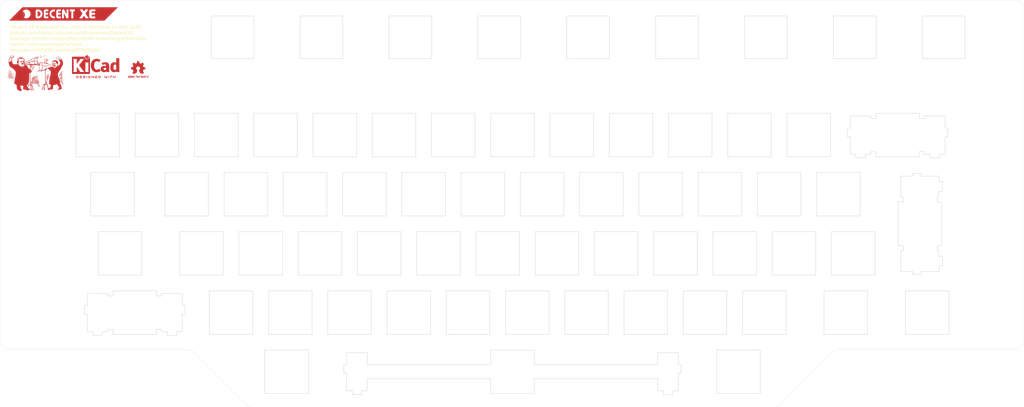
<source format=kicad_pcb>
(kicad_pcb (version 20241229) (generator "pcbnew") (generator_version "9.0")
  (title_block (title "Decent XE Keyboard Plate - Modern") (date "2026-02-02") (rev "16m") (company "Decent Consulting"))
  (layers (0 "F.Cu" signal) (2 "B.Cu" signal) (13 "F.Paste" user) (15 "B.Paste" user) (5 "F.SilkS" user "F.Silkscreen") (7 "B.SilkS" user "B.Silkscreen") (1 "F.Mask" user) (3 "B.Mask" user) (25 "Edge.Cuts" user))
  (net 0 "")
  (footprint "Library:MX-1-00U-Hole" (layer "F.Cu") (at 87.0975 102.16)
    (property "Reference" "SWA1" (hide yes))
    (property "Value" "SW_Push_45deg" (hide yes))
    (fp_line (start -7 -7) (end -7 7) (stroke (width 0.12)) (layer "Edge.Cuts"))
    (fp_line (start -7 -7) (end 7 -7) (stroke (width 0.12)) (layer "Edge.Cuts"))
    (fp_line (start -7 7) (end 7 7) (stroke (width 0.12)) (layer "Edge.Cuts"))
    (fp_line (start 7 -7) (end 7 7) (stroke (width 0.12)) (layer "Edge.Cuts"))
  )
  (footprint "Library:MX-1-00U-Hole" (layer "F.Cu") (at 172.8225 121.21)
    (property "Reference" "SWB1" (hide yes))
    (property "Value" "SW_Push_45deg" (hide yes))
    (fp_line (start -7 -7) (end -7 7) (stroke (width 0.12)) (layer "Edge.Cuts"))
    (fp_line (start -7 -7) (end 7 -7) (stroke (width 0.12)) (layer "Edge.Cuts"))
    (fp_line (start -7 7) (end 7 7) (stroke (width 0.12)) (layer "Edge.Cuts"))
    (fp_line (start 7 -7) (end 7 7) (stroke (width 0.12)) (layer "Edge.Cuts"))
  )
  (footprint "Library:MX-1-00U-Hole" (layer "F.Cu") (at 134.7225 121.21)
    (property "Reference" "SWC1" (hide yes))
    (property "Value" "SW_Push_45deg" (hide yes))
    (fp_line (start -7 -7) (end -7 7) (stroke (width 0.12)) (layer "Edge.Cuts"))
    (fp_line (start -7 -7) (end 7 -7) (stroke (width 0.12)) (layer "Edge.Cuts"))
    (fp_line (start -7 7) (end 7 7) (stroke (width 0.12)) (layer "Edge.Cuts"))
    (fp_line (start 7 -7) (end 7 7) (stroke (width 0.12)) (layer "Edge.Cuts"))
  )
  (footprint "Library:MX-1-00U-Hole" (layer "F.Cu") (at 229.9725 121.21)
    (property "Reference" "SWComma1" (hide yes))
    (property "Value" "SW_Push_45deg" (hide yes))
    (fp_line (start -7 -7) (end -7 7) (stroke (width 0.12)) (layer "Edge.Cuts"))
    (fp_line (start -7 -7) (end 7 -7) (stroke (width 0.12)) (layer "Edge.Cuts"))
    (fp_line (start -7 7) (end 7 7) (stroke (width 0.12)) (layer "Edge.Cuts"))
    (fp_line (start 7 -7) (end 7 7) (stroke (width 0.12)) (layer "Edge.Cuts"))
  )
  (footprint "Library:MX-1-25U-Hole" (layer "F.Cu") (at 114.481875 140.26)
    (property "Reference" "SWCtl1" (hide yes))
    (property "Value" "SW_Push_45deg" (hide yes))
    (fp_line (start -7 -7) (end -7 7) (stroke (width 0.12)) (layer "Edge.Cuts"))
    (fp_line (start -7 -7) (end 7 -7) (stroke (width 0.12)) (layer "Edge.Cuts"))
    (fp_line (start -7 7) (end 7 7) (stroke (width 0.12)) (layer "Edge.Cuts"))
    (fp_line (start 7 -7) (end 7 7) (stroke (width 0.12)) (layer "Edge.Cuts"))
  )
  (footprint "Library:MX-1-00U-Hole" (layer "F.Cu") (at 125.1975 102.16)
    (property "Reference" "SWD1" (hide yes))
    (property "Value" "SW_Push_45deg" (hide yes))
    (fp_line (start -7 -7) (end -7 7) (stroke (width 0.12)) (layer "Edge.Cuts"))
    (fp_line (start -7 -7) (end 7 -7) (stroke (width 0.12)) (layer "Edge.Cuts"))
    (fp_line (start -7 7) (end 7 7) (stroke (width 0.12)) (layer "Edge.Cuts"))
    (fp_line (start 7 -7) (end 7 7) (stroke (width 0.12)) (layer "Edge.Cuts"))
  )
  (footprint "Library:MX-1-00U-Hole" (layer "F.Cu") (at 144.2475 102.16)
    (property "Reference" "SWF1" (hide yes))
    (property "Value" "SW_Push_45deg" (hide yes))
    (fp_line (start -7 -7) (end -7 7) (stroke (width 0.12)) (layer "Edge.Cuts"))
    (fp_line (start -7 -7) (end 7 -7) (stroke (width 0.12)) (layer "Edge.Cuts"))
    (fp_line (start -7 7) (end 7 7) (stroke (width 0.12)) (layer "Edge.Cuts"))
    (fp_line (start 7 -7) (end 7 7) (stroke (width 0.12)) (layer "Edge.Cuts"))
  )
  (footprint "Library:MX-1-00U-Hole" (layer "F.Cu") (at 163.2975 102.16)
    (property "Reference" "SWG1" (hide yes))
    (property "Value" "SW_Push_45deg" (hide yes))
    (fp_line (start -7 -7) (end -7 7) (stroke (width 0.12)) (layer "Edge.Cuts"))
    (fp_line (start -7 -7) (end 7 -7) (stroke (width 0.12)) (layer "Edge.Cuts"))
    (fp_line (start -7 7) (end 7 7) (stroke (width 0.12)) (layer "Edge.Cuts"))
    (fp_line (start 7 -7) (end 7 7) (stroke (width 0.12)) (layer "Edge.Cuts"))
  )
  (footprint "Library:MX-1-00U-Hole" (layer "F.Cu") (at 182.3475 102.16)
    (property "Reference" "SWH1" (hide yes))
    (property "Value" "SW_Push_45deg" (hide yes))
    (fp_line (start -7 -7) (end -7 7) (stroke (width 0.12)) (layer "Edge.Cuts"))
    (fp_line (start -7 -7) (end 7 -7) (stroke (width 0.12)) (layer "Edge.Cuts"))
    (fp_line (start -7 7) (end 7 7) (stroke (width 0.12)) (layer "Edge.Cuts"))
    (fp_line (start 7 -7) (end 7 7) (stroke (width 0.12)) (layer "Edge.Cuts"))
  )
  (footprint "Library:MX-1-00U-Hole" (layer "F.Cu") (at 320.46 121.21)
    (property "Reference" "SWInv1" (hide yes))
    (property "Value" "SW_Push_45deg" (hide yes))
    (fp_line (start -7 -7) (end -7 7) (stroke (width 0.12)) (layer "Edge.Cuts"))
    (fp_line (start -7 -7) (end 7 -7) (stroke (width 0.12)) (layer "Edge.Cuts"))
    (fp_line (start -7 7) (end 7 7) (stroke (width 0.12)) (layer "Edge.Cuts"))
    (fp_line (start 7 -7) (end 7 7) (stroke (width 0.12)) (layer "Edge.Cuts"))
  )
  (footprint "Library:MX-1-00U-Hole" (layer "F.Cu") (at 201.3975 102.16)
    (property "Reference" "SWJ1" (hide yes))
    (property "Value" "SW_Push_45deg" (hide yes))
    (fp_line (start -7 -7) (end -7 7) (stroke (width 0.12)) (layer "Edge.Cuts"))
    (fp_line (start -7 -7) (end 7 -7) (stroke (width 0.12)) (layer "Edge.Cuts"))
    (fp_line (start -7 7) (end 7 7) (stroke (width 0.12)) (layer "Edge.Cuts"))
    (fp_line (start 7 -7) (end 7 7) (stroke (width 0.12)) (layer "Edge.Cuts"))
  )
  (footprint "Library:MX-1-00U-Hole" (layer "F.Cu") (at 220.4475 102.16)
    (property "Reference" "SWK1" (hide yes))
    (property "Value" "SW_Push_45deg" (hide yes))
    (fp_line (start -7 -7) (end -7 7) (stroke (width 0.12)) (layer "Edge.Cuts"))
    (fp_line (start -7 -7) (end 7 -7) (stroke (width 0.12)) (layer "Edge.Cuts"))
    (fp_line (start -7 7) (end 7 7) (stroke (width 0.12)) (layer "Edge.Cuts"))
    (fp_line (start 7 -7) (end 7 7) (stroke (width 0.12)) (layer "Edge.Cuts"))
  )
  (footprint "Library:MX-1-00U-Hole" (layer "F.Cu") (at 239.4975 102.16)
    (property "Reference" "SWL1" (hide yes))
    (property "Value" "SW_Push_45deg" (hide yes))
    (fp_line (start -7 -7) (end -7 7) (stroke (width 0.12)) (layer "Edge.Cuts"))
    (fp_line (start -7 -7) (end 7 -7) (stroke (width 0.12)) (layer "Edge.Cuts"))
    (fp_line (start -7 7) (end 7 7) (stroke (width 0.12)) (layer "Edge.Cuts"))
    (fp_line (start 7 -7) (end 7 7) (stroke (width 0.12)) (layer "Edge.Cuts"))
  )
  (footprint "Library:MX-2-25U-Hole" (layer "F.Cu") (at 65.66625 121.21)
    (property "Reference" "SWLeftSft1" (hide yes))
    (property "Value" "SW_Push_45deg" (hide yes))
    (fp_line (start -16.1544 -2.286) (end -16.1544 0.508) (stroke (width 0.12)) (layer "Edge.Cuts"))
    (fp_line (start -15.268 -6.1468) (end -15.268 -2.286) (stroke (width 0.12)) (layer "Edge.Cuts"))
    (fp_line (start -15.268 -2.286) (end -16.1544 -2.286) (stroke (width 0.12)) (layer "Edge.Cuts"))
    (fp_line (start -15.268 0.508) (end -16.1544 0.508) (stroke (width 0.12)) (layer "Edge.Cuts"))
    (fp_line (start -15.268 0.508) (end -15.268 6.1468) (stroke (width 0.12)) (layer "Edge.Cuts"))
    (fp_line (start -13.462 6.1468) (end -15.268 6.1468) (stroke (width 0.12)) (layer "Edge.Cuts"))
    (fp_line (start -13.462 6.1468) (end -13.462 7.3152) (stroke (width 0.12)) (layer "Edge.Cuts"))
    (fp_line (start -10.414 6.1468) (end -10.414 7.3152) (stroke (width 0.12)) (layer "Edge.Cuts"))
    (fp_line (start -10.414 7.3152) (end -13.462 7.3152) (stroke (width 0.12)) (layer "Edge.Cuts"))
    (fp_line (start -8.6132 -6.1468) (end -15.268 -6.1468) (stroke (width 0.12)) (layer "Edge.Cuts"))
    (fp_line (start -8.6132 -6.1468) (end -8.6132 -5.334) (stroke (width 0.12)) (layer "Edge.Cuts"))
    (fp_line (start -8.6132 -5.334) (end -7 -5.334) (stroke (width 0.12)) (layer "Edge.Cuts"))
    (fp_line (start -8.6132 5.3594) (end -7 5.3594) (stroke (width 0.12)) (layer "Edge.Cuts"))
    (fp_line (start -8.6132 6.1468) (end -10.414 6.1468) (stroke (width 0.12)) (layer "Edge.Cuts"))
    (fp_line (start -8.6132 6.1468) (end -8.6132 5.3594) (stroke (width 0.12)) (layer "Edge.Cuts"))
    (fp_line (start -7 -7) (end -7 -5.334) (stroke (width 0.12)) (layer "Edge.Cuts"))
    (fp_line (start -7 -7) (end 7 -7) (stroke (width 0.12)) (layer "Edge.Cuts"))
    (fp_line (start -7 7) (end -7 5.3594) (stroke (width 0.12)) (layer "Edge.Cuts"))
    (fp_line (start -7 7) (end 7 7) (stroke (width 0.12)) (layer "Edge.Cuts"))
    (fp_line (start 7 -7) (end 7 -5.334) (stroke (width 0.12)) (layer "Edge.Cuts"))
    (fp_line (start 7 7) (end 7 5.3594) (stroke (width 0.12)) (layer "Edge.Cuts"))
    (fp_line (start 8.6132 -6.1468) (end 8.6132 -5.334) (stroke (width 0.12)) (layer "Edge.Cuts"))
    (fp_line (start 8.6132 -6.1468) (end 15.268 -6.1468) (stroke (width 0.12)) (layer "Edge.Cuts"))
    (fp_line (start 8.6132 -5.334) (end 7 -5.334) (stroke (width 0.12)) (layer "Edge.Cuts"))
    (fp_line (start 8.6132 5.3594) (end 7 5.3594) (stroke (width 0.12)) (layer "Edge.Cuts"))
    (fp_line (start 8.6132 6.1468) (end 8.6132 5.3594) (stroke (width 0.12)) (layer "Edge.Cuts"))
    (fp_line (start 8.6132 6.1468) (end 10.414 6.1468) (stroke (width 0.12)) (layer "Edge.Cuts"))
    (fp_line (start 10.414 6.1468) (end 10.414 7.3152) (stroke (width 0.12)) (layer "Edge.Cuts"))
    (fp_line (start 10.414 7.3152) (end 13.462 7.3152) (stroke (width 0.12)) (layer "Edge.Cuts"))
    (fp_line (start 13.462 6.1468) (end 13.462 7.3152) (stroke (width 0.12)) (layer "Edge.Cuts"))
    (fp_line (start 13.462 6.1468) (end 15.268 6.1468) (stroke (width 0.12)) (layer "Edge.Cuts"))
    (fp_line (start 15.268 -6.1468) (end 15.268 -2.286) (stroke (width 0.12)) (layer "Edge.Cuts"))
    (fp_line (start 15.268 -2.286) (end 16.1544 -2.286) (stroke (width 0.12)) (layer "Edge.Cuts"))
    (fp_line (start 15.268 0.508) (end 15.268 6.1468) (stroke (width 0.12)) (layer "Edge.Cuts"))
    (fp_line (start 15.268 0.508) (end 16.1544 0.508) (stroke (width 0.12)) (layer "Edge.Cuts"))
    (fp_line (start 16.1544 -2.286) (end 16.1544 0.508) (stroke (width 0.12)) (layer "Edge.Cuts"))
  )
  (footprint "Library:MX-1-00U-Hole" (layer "F.Cu") (at 210.9225 121.21)
    (property "Reference" "SWM1" (hide yes))
    (property "Value" "SW_Push_45deg" (hide yes))
    (fp_line (start -7 -7) (end -7 7) (stroke (width 0.12)) (layer "Edge.Cuts"))
    (fp_line (start -7 -7) (end 7 -7) (stroke (width 0.12)) (layer "Edge.Cuts"))
    (fp_line (start -7 7) (end 7 7) (stroke (width 0.12)) (layer "Edge.Cuts"))
    (fp_line (start 7 -7) (end 7 7) (stroke (width 0.12)) (layer "Edge.Cuts"))
  )
  (footprint "Library:MX-1-00U-Hole" (layer "F.Cu") (at 191.8725 121.21)
    (property "Reference" "SWN1" (hide yes))
    (property "Value" "SW_Push_45deg" (hide yes))
    (fp_line (start -7 -7) (end -7 7) (stroke (width 0.12)) (layer "Edge.Cuts"))
    (fp_line (start -7 -7) (end 7 -7) (stroke (width 0.12)) (layer "Edge.Cuts"))
    (fp_line (start -7 7) (end 7 7) (stroke (width 0.12)) (layer "Edge.Cuts"))
    (fp_line (start 7 -7) (end 7 7) (stroke (width 0.12)) (layer "Edge.Cuts"))
  )
  (footprint "Library:MX-1-00U-Hole" (layer "F.Cu") (at 249.0225 121.21)
    (property "Reference" "SWPeriod1" (hide yes))
    (property "Value" "SW_Push_45deg" (hide yes))
    (fp_line (start -7 -7) (end -7 7) (stroke (width 0.12)) (layer "Edge.Cuts"))
    (fp_line (start -7 -7) (end 7 -7) (stroke (width 0.12)) (layer "Edge.Cuts"))
    (fp_line (start -7 7) (end 7 7) (stroke (width 0.12)) (layer "Edge.Cuts"))
    (fp_line (start 7 -7) (end 7 7) (stroke (width 0.12)) (layer "Edge.Cuts"))
  )
  (footprint "Library:MX-1-00U-Hole" (layer "F.Cu") (at 277.5975 102.16)
    (property "Reference" "SWPlus1" (hide yes))
    (property "Value" "SW_Push_45deg" (hide yes))
    (fp_line (start -7 -7) (end -7 7) (stroke (width 0.12)) (layer "Edge.Cuts"))
    (fp_line (start -7 -7) (end 7 -7) (stroke (width 0.12)) (layer "Edge.Cuts"))
    (fp_line (start -7 7) (end 7 7) (stroke (width 0.12)) (layer "Edge.Cuts"))
    (fp_line (start 7 -7) (end 7 7) (stroke (width 0.12)) (layer "Edge.Cuts"))
  )
  (footprint "Library:MX-1-75U-Hole" (layer "F.Cu") (at 294.26625 121.21)
    (property "Reference" "SWRightSft1" (hide yes))
    (property "Value" "SW_Push_45deg" (hide yes))
    (fp_line (start -7 -7) (end -7 7) (stroke (width 0.12)) (layer "Edge.Cuts"))
    (fp_line (start -7 -7) (end 7 -7) (stroke (width 0.12)) (layer "Edge.Cuts"))
    (fp_line (start -7 7) (end 7 7) (stroke (width 0.12)) (layer "Edge.Cuts"))
    (fp_line (start 7 -7) (end 7 7) (stroke (width 0.12)) (layer "Edge.Cuts"))
  )
  (footprint "Library:MX-1-00U-Hole" (layer "F.Cu") (at 106.1475 102.16)
    (property "Reference" "SWS1" (hide yes))
    (property "Value" "SW_Push_45deg" (hide yes))
    (fp_line (start -7 -7) (end -7 7) (stroke (width 0.12)) (layer "Edge.Cuts"))
    (fp_line (start -7 -7) (end 7 -7) (stroke (width 0.12)) (layer "Edge.Cuts"))
    (fp_line (start -7 7) (end 7 7) (stroke (width 0.12)) (layer "Edge.Cuts"))
    (fp_line (start 7 -7) (end 7 7) (stroke (width 0.12)) (layer "Edge.Cuts"))
  )
  (footprint "Library:MX-1-00U-Hole" (layer "F.Cu") (at 258.5475 102.16)
    (property "Reference" "SWSemi1" (hide yes))
    (property "Value" "SW_Push_45deg" (hide yes))
    (fp_line (start -7 -7) (end -7 7) (stroke (width 0.12)) (layer "Edge.Cuts"))
    (fp_line (start -7 -7) (end 7 -7) (stroke (width 0.12)) (layer "Edge.Cuts"))
    (fp_line (start -7 7) (end 7 7) (stroke (width 0.12)) (layer "Edge.Cuts"))
    (fp_line (start 7 -7) (end 7 7) (stroke (width 0.12)) (layer "Edge.Cuts"))
  )
  (footprint "Library:MX-1-00U-Hole" (layer "F.Cu") (at 268.0725 121.21)
    (property "Reference" "SWSlash1" (hide yes))
    (property "Value" "SW_Push_45deg" (hide yes))
    (fp_line (start -7 -7) (end -7 7) (stroke (width 0.12)) (layer "Edge.Cuts"))
    (fp_line (start -7 -7) (end 7 -7) (stroke (width 0.12)) (layer "Edge.Cuts"))
    (fp_line (start -7 7) (end 7 7) (stroke (width 0.12)) (layer "Edge.Cuts"))
    (fp_line (start 7 -7) (end 7 7) (stroke (width 0.12)) (layer "Edge.Cuts"))
  )
  (footprint "Library:MX-6-25U-Hole" (layer "F.Cu") (at 187.11 140.26)
    (property "Reference" "SWSpc1" (hide yes))
    (property "Value" "SW_Push_45deg" (hide yes))
    (fp_line (start -54.2164 -2.286) (end -54.2164 0.508) (stroke (width 0.12)) (layer "Edge.Cuts"))
    (fp_line (start -53.33 -6.1468) (end -53.33 -2.286) (stroke (width 0.12)) (layer "Edge.Cuts"))
    (fp_line (start -53.33 -2.286) (end -54.2164 -2.286) (stroke (width 0.12)) (layer "Edge.Cuts"))
    (fp_line (start -53.33 0.508) (end -54.2164 0.508) (stroke (width 0.12)) (layer "Edge.Cuts"))
    (fp_line (start -53.33 0.508) (end -53.33 6.1468) (stroke (width 0.12)) (layer "Edge.Cuts"))
    (fp_line (start -51.524 6.1468) (end -53.33 6.1468) (stroke (width 0.12)) (layer "Edge.Cuts"))
    (fp_line (start -51.524 6.1468) (end -51.524 7.3152) (stroke (width 0.12)) (layer "Edge.Cuts"))
    (fp_line (start -48.476 6.1468) (end -48.476 7.3152) (stroke (width 0.12)) (layer "Edge.Cuts"))
    (fp_line (start -48.476 7.3152) (end -51.524 7.3152) (stroke (width 0.12)) (layer "Edge.Cuts"))
    (fp_line (start -46.6726 -6.1468) (end -53.3274 -6.1468) (stroke (width 0.12)) (layer "Edge.Cuts"))
    (fp_line (start -46.6726 -6.1468) (end -46.6726 -2.25) (stroke (width 0.12)) (layer "Edge.Cuts"))
    (fp_line (start -46.6726 -2.25) (end -7 -2.25) (stroke (width 0.12)) (layer "Edge.Cuts"))
    (fp_line (start -46.6726 2.25) (end -7 2.25) (stroke (width 0.12)) (layer "Edge.Cuts"))
    (fp_line (start -46.6726 6.1468) (end -48.4786 6.1468) (stroke (width 0.12)) (layer "Edge.Cuts"))
    (fp_line (start -46.6726 6.1468) (end -46.6726 2.25) (stroke (width 0.12)) (layer "Edge.Cuts"))
    (fp_line (start -7 -7) (end -7 -2.25) (stroke (width 0.12)) (layer "Edge.Cuts"))
    (fp_line (start -7 -7) (end 7 -7) (stroke (width 0.12)) (layer "Edge.Cuts"))
    (fp_line (start -7 7) (end -7 2.25) (stroke (width 0.12)) (layer "Edge.Cuts"))
    (fp_line (start -7 7) (end 7 7) (stroke (width 0.12)) (layer "Edge.Cuts"))
    (fp_line (start 7 -7) (end 7 -2.25) (stroke (width 0.12)) (layer "Edge.Cuts"))
    (fp_line (start 7 7) (end 7 2.25) (stroke (width 0.12)) (layer "Edge.Cuts"))
    (fp_line (start 46.67 -6.1468) (end 46.67 -2.25) (stroke (width 0.12)) (layer "Edge.Cuts"))
    (fp_line (start 46.67 -2.25) (end 7 -2.25) (stroke (width 0.12)) (layer "Edge.Cuts"))
    (fp_line (start 46.67 2.25) (end 7 2.25) (stroke (width 0.12)) (layer "Edge.Cuts"))
    (fp_line (start 46.67 6.1468) (end 46.67 2.25) (stroke (width 0.12)) (layer "Edge.Cuts"))
    (fp_line (start 46.67 6.1468) (end 48.476 6.1468) (stroke (width 0.12)) (layer "Edge.Cuts"))
    (fp_line (start 46.6726 -6.1468) (end 53.3274 -6.1468) (stroke (width 0.12)) (layer "Edge.Cuts"))
    (fp_line (start 48.476 6.1468) (end 48.476 7.3152) (stroke (width 0.12)) (layer "Edge.Cuts"))
    (fp_line (start 48.476 7.3152) (end 51.5214 7.3152) (stroke (width 0.12)) (layer "Edge.Cuts"))
    (fp_line (start 51.5214 6.1468) (end 51.5214 7.3152) (stroke (width 0.12)) (layer "Edge.Cuts"))
    (fp_line (start 51.5214 6.1468) (end 53.3274 6.1468) (stroke (width 0.12)) (layer "Edge.Cuts"))
    (fp_line (start 53.3274 -6.1468) (end 53.3274 -2.286) (stroke (width 0.12)) (layer "Edge.Cuts"))
    (fp_line (start 53.3274 -2.286) (end 54.2138 -2.286) (stroke (width 0.12)) (layer "Edge.Cuts"))
    (fp_line (start 53.3274 0.508) (end 53.3274 6.1468) (stroke (width 0.12)) (layer "Edge.Cuts"))
    (fp_line (start 53.3274 0.508) (end 54.2138 0.508) (stroke (width 0.12)) (layer "Edge.Cuts"))
    (fp_line (start 54.2138 -2.286) (end 54.2138 0.508) (stroke (width 0.12)) (layer "Edge.Cuts"))
  )
  (footprint "Library:MX-1-00U-Hole" (layer "F.Cu") (at 153.7725 121.21)
    (property "Reference" "SWV1" (hide yes))
    (property "Value" "SW_Push_45deg" (hide yes))
    (fp_line (start -7 -7) (end -7 7) (stroke (width 0.12)) (layer "Edge.Cuts"))
    (fp_line (start -7 -7) (end 7 -7) (stroke (width 0.12)) (layer "Edge.Cuts"))
    (fp_line (start -7 7) (end 7 7) (stroke (width 0.12)) (layer "Edge.Cuts"))
    (fp_line (start 7 -7) (end 7 7) (stroke (width 0.12)) (layer "Edge.Cuts"))
  )
  (footprint "Library:MX-1-00U-Hole" (layer "F.Cu") (at 115.6725 121.21)
    (property "Reference" "SWX1" (hide yes))
    (property "Value" "SW_Push_45deg" (hide yes))
    (fp_line (start -7 -7) (end -7 7) (stroke (width 0.12)) (layer "Edge.Cuts"))
    (fp_line (start -7 -7) (end 7 -7) (stroke (width 0.12)) (layer "Edge.Cuts"))
    (fp_line (start -7 7) (end 7 7) (stroke (width 0.12)) (layer "Edge.Cuts"))
    (fp_line (start 7 -7) (end 7 7) (stroke (width 0.12)) (layer "Edge.Cuts"))
  )
  (footprint "Library:MX-1-00U-Hole" (layer "F.Cu") (at 96.6225 121.21)
    (property "Reference" "SWZ1" (hide yes))
    (property "Value" "SW_Push_45deg" (hide yes))
    (fp_line (start -7 -7) (end -7 7) (stroke (width 0.12)) (layer "Edge.Cuts"))
    (fp_line (start -7 -7) (end 7 -7) (stroke (width 0.12)) (layer "Edge.Cuts"))
    (fp_line (start -7 7) (end 7 7) (stroke (width 0.12)) (layer "Edge.Cuts"))
    (fp_line (start 7 -7) (end 7 7) (stroke (width 0.12)) (layer "Edge.Cuts"))
  )
  (footprint "Library:MX-1-00U-Hole" (layer "F.Cu") (at 101.385 83.11)
    (property "Reference" "SWW1" (hide yes))
    (property "Value" "SW_Push_45deg" (hide yes))
    (fp_line (start -7 -7) (end -7 7) (stroke (width 0.12)) (layer "Edge.Cuts"))
    (fp_line (start -7 -7) (end 7 -7) (stroke (width 0.12)) (layer "Edge.Cuts"))
    (fp_line (start -7 7) (end 7 7) (stroke (width 0.12)) (layer "Edge.Cuts"))
    (fp_line (start 7 -7) (end 7 7) (stroke (width 0.12)) (layer "Edge.Cuts"))
  )
  (footprint "Library:MX-1-00U-Hole" (layer "F.Cu") (at 177.585 83.11)
    (property "Reference" "SWY1" (hide yes))
    (property "Value" "SW_Push_45deg" (hide yes))
    (fp_line (start -7 -7) (end -7 7) (stroke (width 0.12)) (layer "Edge.Cuts"))
    (fp_line (start -7 -7) (end 7 -7) (stroke (width 0.12)) (layer "Edge.Cuts"))
    (fp_line (start -7 7) (end 7 7) (stroke (width 0.12)) (layer "Edge.Cuts"))
    (fp_line (start 7 -7) (end 7 7) (stroke (width 0.12)) (layer "Edge.Cuts"))
  )
  (footprint "Library:MX-1-00U-Hole" (layer "F.Cu") (at 158.535 83.11)
    (property "Reference" "SWT1" (hide yes))
    (property "Value" "SW_Push_45deg" (hide yes))
    (fp_line (start -7 -7) (end -7 7) (stroke (width 0.12)) (layer "Edge.Cuts"))
    (fp_line (start -7 -7) (end 7 -7) (stroke (width 0.12)) (layer "Edge.Cuts"))
    (fp_line (start -7 7) (end 7 7) (stroke (width 0.12)) (layer "Edge.Cuts"))
    (fp_line (start 7 -7) (end 7 7) (stroke (width 0.12)) (layer "Edge.Cuts"))
  )
  (footprint "Library:MX-1-00U-Hole" (layer "F.Cu") (at 196.635 83.11)
    (property "Reference" "SWU1" (hide yes))
    (property "Value" "SW_Push_45deg" (hide yes))
    (fp_line (start -7 -7) (end -7 7) (stroke (width 0.12)) (layer "Edge.Cuts"))
    (fp_line (start -7 -7) (end 7 -7) (stroke (width 0.12)) (layer "Edge.Cuts"))
    (fp_line (start -7 7) (end 7 7) (stroke (width 0.12)) (layer "Edge.Cuts"))
    (fp_line (start 7 -7) (end 7 7) (stroke (width 0.12)) (layer "Edge.Cuts"))
  )
  (footprint "Library:MX-1-00U-Hole" (layer "F.Cu") (at 253.785 83.11)
    (property "Reference" "SWP1" (hide yes))
    (property "Value" "SW_Push_45deg" (hide yes))
    (fp_line (start -7 -7) (end -7 7) (stroke (width 0.12)) (layer "Edge.Cuts"))
    (fp_line (start -7 -7) (end 7 -7) (stroke (width 0.12)) (layer "Edge.Cuts"))
    (fp_line (start -7 7) (end 7 7) (stroke (width 0.12)) (layer "Edge.Cuts"))
    (fp_line (start 7 -7) (end 7 7) (stroke (width 0.12)) (layer "Edge.Cuts"))
  )
  (footprint "Library:MX-1-00U-Hole" (layer "F.Cu") (at 82.335 83.11)
    (property "Reference" "SWQ1" (hide yes))
    (property "Value" "SW_Push_45deg" (hide yes))
    (fp_line (start -7 -7) (end -7 7) (stroke (width 0.12)) (layer "Edge.Cuts"))
    (fp_line (start -7 -7) (end 7 -7) (stroke (width 0.12)) (layer "Edge.Cuts"))
    (fp_line (start -7 7) (end 7 7) (stroke (width 0.12)) (layer "Edge.Cuts"))
    (fp_line (start 7 -7) (end 7 7) (stroke (width 0.12)) (layer "Edge.Cuts"))
  )
  (footprint "Library:MX-1-00U-Hole" (layer "F.Cu") (at 215.685 83.11)
    (property "Reference" "SWI1" (hide yes))
    (property "Value" "SW_Push_45deg" (hide yes))
    (fp_line (start -7 -7) (end -7 7) (stroke (width 0.12)) (layer "Edge.Cuts"))
    (fp_line (start -7 -7) (end 7 -7) (stroke (width 0.12)) (layer "Edge.Cuts"))
    (fp_line (start -7 7) (end 7 7) (stroke (width 0.12)) (layer "Edge.Cuts"))
    (fp_line (start 7 -7) (end 7 7) (stroke (width 0.12)) (layer "Edge.Cuts"))
  )
  (footprint "Library:MX-1-00U-Hole" (layer "F.Cu") (at 291.885 83.11)
    (property "Reference" "SWEqual1" (hide yes))
    (property "Value" "SW_Push_45deg" (hide yes))
    (fp_line (start -7 -7) (end -7 7) (stroke (width 0.12)) (layer "Edge.Cuts"))
    (fp_line (start -7 -7) (end 7 -7) (stroke (width 0.12)) (layer "Edge.Cuts"))
    (fp_line (start -7 7) (end 7 7) (stroke (width 0.12)) (layer "Edge.Cuts"))
    (fp_line (start 7 -7) (end 7 7) (stroke (width 0.12)) (layer "Edge.Cuts"))
  )
  (footprint "Library:MX-1-00U-Hole" (layer "F.Cu") (at 272.835 83.11)
    (property "Reference" "SWDash1" (hide yes))
    (property "Value" "SW_Push_45deg" (hide yes))
    (fp_line (start -7 -7) (end -7 7) (stroke (width 0.12)) (layer "Edge.Cuts"))
    (fp_line (start -7 -7) (end 7 -7) (stroke (width 0.12)) (layer "Edge.Cuts"))
    (fp_line (start -7 7) (end 7 7) (stroke (width 0.12)) (layer "Edge.Cuts"))
    (fp_line (start 7 -7) (end 7 7) (stroke (width 0.12)) (layer "Edge.Cuts"))
  )
  (footprint "Library:MX-1-00U-Hole" (layer "F.Cu") (at 139.485 83.11)
    (property "Reference" "SWR1" (hide yes))
    (property "Value" "SW_Push_45deg" (hide yes))
    (fp_line (start -7 -7) (end -7 7) (stroke (width 0.12)) (layer "Edge.Cuts"))
    (fp_line (start -7 -7) (end 7 -7) (stroke (width 0.12)) (layer "Edge.Cuts"))
    (fp_line (start -7 7) (end 7 7) (stroke (width 0.12)) (layer "Edge.Cuts"))
    (fp_line (start 7 -7) (end 7 7) (stroke (width 0.12)) (layer "Edge.Cuts"))
  )
  (footprint "Library:MX-1-00U-Hole" (layer "F.Cu") (at 120.435 83.11)
    (property "Reference" "SWE1" (hide yes))
    (property "Value" "SW_Push_45deg" (hide yes))
    (fp_line (start -7 -7) (end -7 7) (stroke (width 0.12)) (layer "Edge.Cuts"))
    (fp_line (start -7 -7) (end 7 -7) (stroke (width 0.12)) (layer "Edge.Cuts"))
    (fp_line (start -7 7) (end 7 7) (stroke (width 0.12)) (layer "Edge.Cuts"))
    (fp_line (start 7 -7) (end 7 7) (stroke (width 0.12)) (layer "Edge.Cuts"))
  )
  (footprint "Library:MX-1-00U-Hole" (layer "F.Cu") (at 234.735 83.11)
    (property "Reference" "SWO1" (hide yes))
    (property "Value" "SW_Push_45deg" (hide yes))
    (fp_line (start -7 -7) (end -7 7) (stroke (width 0.12)) (layer "Edge.Cuts"))
    (fp_line (start -7 -7) (end 7 -7) (stroke (width 0.12)) (layer "Edge.Cuts"))
    (fp_line (start -7 7) (end 7 7) (stroke (width 0.12)) (layer "Edge.Cuts"))
    (fp_line (start 7 -7) (end 7 7) (stroke (width 0.12)) (layer "Edge.Cuts"))
  )
  (footprint "Library:MX-1-00U-Hole" (layer "F.Cu") (at 53.76 64.06)
    (property "Reference" "SWEsc1" (hide yes))
    (property "Value" "SW_Push_45deg" (hide yes))
    (fp_line (start -7 -7) (end -7 7) (stroke (width 0.12)) (layer "Edge.Cuts"))
    (fp_line (start -7 -7) (end 7 -7) (stroke (width 0.12)) (layer "Edge.Cuts"))
    (fp_line (start -7 7) (end 7 7) (stroke (width 0.12)) (layer "Edge.Cuts"))
    (fp_line (start 7 -7) (end 7 7) (stroke (width 0.12)) (layer "Edge.Cuts"))
  )
  (footprint "Library:MX-1-00U-Hole" (layer "F.Cu") (at 206.16 64.06)
    (property "Reference" "SW8" (hide yes))
    (property "Value" "SW_Push_45deg" (hide yes))
    (fp_line (start -7 -7) (end -7 7) (stroke (width 0.12)) (layer "Edge.Cuts"))
    (fp_line (start -7 -7) (end 7 -7) (stroke (width 0.12)) (layer "Edge.Cuts"))
    (fp_line (start -7 7) (end 7 7) (stroke (width 0.12)) (layer "Edge.Cuts"))
    (fp_line (start 7 -7) (end 7 7) (stroke (width 0.12)) (layer "Edge.Cuts"))
  )
  (footprint "Library:MX-1-00U-Hole" (layer "F.Cu") (at 168.06 64.06)
    (property "Reference" "SW6" (hide yes))
    (property "Value" "SW_Push_45deg" (hide yes))
    (fp_line (start -7 -7) (end -7 7) (stroke (width 0.12)) (layer "Edge.Cuts"))
    (fp_line (start -7 -7) (end 7 -7) (stroke (width 0.12)) (layer "Edge.Cuts"))
    (fp_line (start -7 7) (end 7 7) (stroke (width 0.12)) (layer "Edge.Cuts"))
    (fp_line (start 7 -7) (end 7 7) (stroke (width 0.12)) (layer "Edge.Cuts"))
  )
  (footprint "Library:MX-1-00U-Hole" (layer "F.Cu") (at 225.21 64.06)
    (property "Reference" "SW9" (hide yes))
    (property "Value" "SW_Push_45deg" (hide yes))
    (fp_line (start -7 -7) (end -7 7) (stroke (width 0.12)) (layer "Edge.Cuts"))
    (fp_line (start -7 -7) (end 7 -7) (stroke (width 0.12)) (layer "Edge.Cuts"))
    (fp_line (start -7 7) (end 7 7) (stroke (width 0.12)) (layer "Edge.Cuts"))
    (fp_line (start 7 -7) (end 7 7) (stroke (width 0.12)) (layer "Edge.Cuts"))
  )
  (footprint "Library:MX-1-00U-Hole" (layer "F.Cu") (at 244.26 64.06)
    (property "Reference" "SW0" (hide yes))
    (property "Value" "SW_Push_45deg" (hide yes))
    (fp_line (start -7 -7) (end -7 7) (stroke (width 0.12)) (layer "Edge.Cuts"))
    (fp_line (start -7 -7) (end 7 -7) (stroke (width 0.12)) (layer "Edge.Cuts"))
    (fp_line (start -7 7) (end 7 7) (stroke (width 0.12)) (layer "Edge.Cuts"))
    (fp_line (start 7 -7) (end 7 7) (stroke (width 0.12)) (layer "Edge.Cuts"))
  )
  (footprint "Library:MX-1-00U-Hole" (layer "F.Cu") (at 149.01 64.06)
    (property "Reference" "SW5" (hide yes))
    (property "Value" "SW_Push_45deg" (hide yes))
    (fp_line (start -7 -7) (end -7 7) (stroke (width 0.12)) (layer "Edge.Cuts"))
    (fp_line (start -7 -7) (end 7 -7) (stroke (width 0.12)) (layer "Edge.Cuts"))
    (fp_line (start -7 7) (end 7 7) (stroke (width 0.12)) (layer "Edge.Cuts"))
    (fp_line (start 7 -7) (end 7 7) (stroke (width 0.12)) (layer "Edge.Cuts"))
  )
  (footprint "Library:MX-1-00U-Hole" (layer "F.Cu") (at 110.91 64.06)
    (property "Reference" "SW3" (hide yes))
    (property "Value" "SW_Push_45deg" (hide yes))
    (fp_line (start -7 -7) (end -7 7) (stroke (width 0.12)) (layer "Edge.Cuts"))
    (fp_line (start -7 -7) (end 7 -7) (stroke (width 0.12)) (layer "Edge.Cuts"))
    (fp_line (start -7 7) (end 7 7) (stroke (width 0.12)) (layer "Edge.Cuts"))
    (fp_line (start 7 -7) (end 7 7) (stroke (width 0.12)) (layer "Edge.Cuts"))
  )
  (footprint "Library:MX-1-00U-Hole" (layer "F.Cu") (at 282.36 64.06)
    (property "Reference" "SWGT1" (hide yes))
    (property "Value" "SW_Push_45deg" (hide yes))
    (fp_line (start -7 -7) (end -7 7) (stroke (width 0.12)) (layer "Edge.Cuts"))
    (fp_line (start -7 -7) (end 7 -7) (stroke (width 0.12)) (layer "Edge.Cuts"))
    (fp_line (start -7 7) (end 7 7) (stroke (width 0.12)) (layer "Edge.Cuts"))
    (fp_line (start 7 -7) (end 7 7) (stroke (width 0.12)) (layer "Edge.Cuts"))
  )
  (footprint "Library:MX-1-00U-Hole" (layer "F.Cu") (at 129.96 64.06)
    (property "Reference" "SW4" (hide yes))
    (property "Value" "SW_Push_45deg" (hide yes))
    (fp_line (start -7 -7) (end -7 7) (stroke (width 0.12)) (layer "Edge.Cuts"))
    (fp_line (start -7 -7) (end 7 -7) (stroke (width 0.12)) (layer "Edge.Cuts"))
    (fp_line (start -7 7) (end 7 7) (stroke (width 0.12)) (layer "Edge.Cuts"))
    (fp_line (start 7 -7) (end 7 7) (stroke (width 0.12)) (layer "Edge.Cuts"))
  )
  (footprint "Library:MX-1-00U-Hole" (layer "F.Cu") (at 72.81 64.06)
    (property "Reference" "SW1" (hide yes))
    (property "Value" "SW_Push_45deg" (hide yes))
    (fp_line (start -7 -7) (end -7 7) (stroke (width 0.12)) (layer "Edge.Cuts"))
    (fp_line (start -7 -7) (end 7 -7) (stroke (width 0.12)) (layer "Edge.Cuts"))
    (fp_line (start -7 7) (end 7 7) (stroke (width 0.12)) (layer "Edge.Cuts"))
    (fp_line (start 7 -7) (end 7 7) (stroke (width 0.12)) (layer "Edge.Cuts"))
  )
  (footprint "Library:MX-1-00U-Hole" (layer "F.Cu") (at 263.31 64.06)
    (property "Reference" "SWLT1" (hide yes))
    (property "Value" "SW_Push_45deg" (hide yes))
    (fp_line (start -7 -7) (end -7 7) (stroke (width 0.12)) (layer "Edge.Cuts"))
    (fp_line (start -7 -7) (end 7 -7) (stroke (width 0.12)) (layer "Edge.Cuts"))
    (fp_line (start -7 7) (end 7 7) (stroke (width 0.12)) (layer "Edge.Cuts"))
    (fp_line (start 7 -7) (end 7 7) (stroke (width 0.12)) (layer "Edge.Cuts"))
  )
  (footprint "Library:MX-1-00U-Hole" (layer "F.Cu") (at 91.86 64.06)
    (property "Reference" "SW2" (hide yes))
    (property "Value" "SW_Push_45deg" (hide yes))
    (fp_line (start -7 -7) (end -7 7) (stroke (width 0.12)) (layer "Edge.Cuts"))
    (fp_line (start -7 -7) (end 7 -7) (stroke (width 0.12)) (layer "Edge.Cuts"))
    (fp_line (start -7 7) (end 7 7) (stroke (width 0.12)) (layer "Edge.Cuts"))
    (fp_line (start 7 -7) (end 7 7) (stroke (width 0.12)) (layer "Edge.Cuts"))
  )
  (footprint "Library:MX-1-00U-Hole" (layer "F.Cu") (at 187.11 64.06)
    (property "Reference" "SW7" (hide yes))
    (property "Value" "SW_Push_45deg" (hide yes))
    (fp_line (start -7 -7) (end -7 7) (stroke (width 0.12)) (layer "Edge.Cuts"))
    (fp_line (start -7 -7) (end 7 -7) (stroke (width 0.12)) (layer "Edge.Cuts"))
    (fp_line (start -7 7) (end 7 7) (stroke (width 0.12)) (layer "Edge.Cuts"))
    (fp_line (start 7 -7) (end 7 7) (stroke (width 0.12)) (layer "Edge.Cuts"))
  )
  (footprint "Library:MX-1-50U-Hole" (layer "F.Cu") (at 58.5225 83.11)
    (property "Reference" "SWTab1" (hide yes))
    (property "Value" "SW_Push_45deg" (hide yes))
    (fp_line (start -7 -7) (end -7 7) (stroke (width 0.12)) (layer "Edge.Cuts"))
    (fp_line (start -7 -7) (end 7 -7) (stroke (width 0.12)) (layer "Edge.Cuts"))
    (fp_line (start -7 7) (end 7 7) (stroke (width 0.12)) (layer "Edge.Cuts"))
    (fp_line (start 7 -7) (end 7 7) (stroke (width 0.12)) (layer "Edge.Cuts"))
  )
  (footprint "Library:MX-1-00U-Hole" (layer "F.Cu") (at 296.6475 102.16)
    (property "Reference" "SWStar1" (hide yes))
    (property "Value" "SW_Push_45deg" (hide yes))
    (fp_line (start -7 -7) (end -7 7) (stroke (width 0.12)) (layer "Edge.Cuts"))
    (fp_line (start -7 -7) (end 7 -7) (stroke (width 0.12)) (layer "Edge.Cuts"))
    (fp_line (start -7 7) (end 7 7) (stroke (width 0.12)) (layer "Edge.Cuts"))
    (fp_line (start 7 -7) (end 7 7) (stroke (width 0.12)) (layer "Edge.Cuts"))
  )
  (footprint "Library:Choc-1-50U-Atari-Fn-Hole" (layer "F.Cu") (at 297.16 32.61)
    (property "Reference" "SWOption1" (hide yes))
    (property "Value" "SW_Push_45deg" (hide yes))
    (fp_rect (start -6.875 -6.875) (end 6.875 6.875) (stroke (width 0.12)) (fill no) (layer "Edge.Cuts"))
  )
  (footprint "Library:MX-2-00U-Hole" (layer "F.Cu") (at 310.935 64.06)
    (property "Reference" "SWDel2" (hide yes))
    (property "Value" "SWITCH" (hide yes))
    (fp_line (start -16.1544 -2.286) (end -16.1544 0.508) (stroke (width 0.12)) (layer "Edge.Cuts"))
    (fp_line (start -15.268 -6.1468) (end -15.268 -2.286) (stroke (width 0.12)) (layer "Edge.Cuts"))
    (fp_line (start -15.268 -2.286) (end -16.1544 -2.286) (stroke (width 0.12)) (layer "Edge.Cuts"))
    (fp_line (start -15.268 0.508) (end -16.1544 0.508) (stroke (width 0.12)) (layer "Edge.Cuts"))
    (fp_line (start -15.268 0.508) (end -15.268 6.1468) (stroke (width 0.12)) (layer "Edge.Cuts"))
    (fp_line (start -13.462 6.1468) (end -15.268 6.1468) (stroke (width 0.12)) (layer "Edge.Cuts"))
    (fp_line (start -13.462 6.1468) (end -13.462 7.3152) (stroke (width 0.12)) (layer "Edge.Cuts"))
    (fp_line (start -10.414 6.1468) (end -10.414 7.3152) (stroke (width 0.12)) (layer "Edge.Cuts"))
    (fp_line (start -10.414 7.3152) (end -13.462 7.3152) (stroke (width 0.12)) (layer "Edge.Cuts"))
    (fp_line (start -8.6132 -6.1468) (end -15.268 -6.1468) (stroke (width 0.12)) (layer "Edge.Cuts"))
    (fp_line (start -8.6132 -6.1468) (end -8.6132 -5.334) (stroke (width 0.12)) (layer "Edge.Cuts"))
    (fp_line (start -8.6132 -5.334) (end -7 -5.334) (stroke (width 0.12)) (layer "Edge.Cuts"))
    (fp_line (start -8.6132 5.3594) (end -7 5.3594) (stroke (width 0.12)) (layer "Edge.Cuts"))
    (fp_line (start -8.6132 6.1468) (end -10.414 6.1468) (stroke (width 0.12)) (layer "Edge.Cuts"))
    (fp_line (start -8.6132 6.1468) (end -8.6132 5.3594) (stroke (width 0.12)) (layer "Edge.Cuts"))
    (fp_line (start -7 -7) (end -7 -5.334) (stroke (width 0.12)) (layer "Edge.Cuts"))
    (fp_line (start -7 -7) (end 7 -7) (stroke (width 0.12)) (layer "Edge.Cuts"))
    (fp_line (start -7 7) (end -7 5.3594) (stroke (width 0.12)) (layer "Edge.Cuts"))
    (fp_line (start -7 7) (end 7 7) (stroke (width 0.12)) (layer "Edge.Cuts"))
    (fp_line (start 7 -7) (end 7 -5.334) (stroke (width 0.12)) (layer "Edge.Cuts"))
    (fp_line (start 7 7) (end 7 5.3594) (stroke (width 0.12)) (layer "Edge.Cuts"))
    (fp_line (start 8.6132 -6.1468) (end 8.6132 -5.334) (stroke (width 0.12)) (layer "Edge.Cuts"))
    (fp_line (start 8.6132 -6.1468) (end 15.268 -6.1468) (stroke (width 0.12)) (layer "Edge.Cuts"))
    (fp_line (start 8.6132 -5.334) (end 7 -5.334) (stroke (width 0.12)) (layer "Edge.Cuts"))
    (fp_line (start 8.6132 5.3594) (end 7 5.3594) (stroke (width 0.12)) (layer "Edge.Cuts"))
    (fp_line (start 8.6132 6.1468) (end 8.6132 5.3594) (stroke (width 0.12)) (layer "Edge.Cuts"))
    (fp_line (start 8.6132 6.1468) (end 10.414 6.1468) (stroke (width 0.12)) (layer "Edge.Cuts"))
    (fp_line (start 10.414 6.1468) (end 10.414 7.3152) (stroke (width 0.12)) (layer "Edge.Cuts"))
    (fp_line (start 10.414 7.3152) (end 13.462 7.3152) (stroke (width 0.12)) (layer "Edge.Cuts"))
    (fp_line (start 13.462 6.1468) (end 13.462 7.3152) (stroke (width 0.12)) (layer "Edge.Cuts"))
    (fp_line (start 13.462 6.1468) (end 15.268 6.1468) (stroke (width 0.12)) (layer "Edge.Cuts"))
    (fp_line (start 15.268 -6.1468) (end 15.268 -2.286) (stroke (width 0.12)) (layer "Edge.Cuts"))
    (fp_line (start 15.268 -2.286) (end 16.1544 -2.286) (stroke (width 0.12)) (layer "Edge.Cuts"))
    (fp_line (start 15.268 0.508) (end 15.268 6.1468) (stroke (width 0.12)) (layer "Edge.Cuts"))
    (fp_line (start 15.268 0.508) (end 16.1544 0.508) (stroke (width 0.12)) (layer "Edge.Cuts"))
    (fp_line (start 16.1544 -2.286) (end 16.1544 0.508) (stroke (width 0.12)) (layer "Edge.Cuts"))
  )
  (footprint "Library:Choc-1-50U-Atari-Fn-Hole" (layer "F.Cu") (at 268.5725 32.61)
    (property "Reference" "SWSelect1" (hide yes))
    (property "Value" "SW_Push_45deg" (hide yes))
    (fp_rect (start -6.875 -6.875) (end 6.875 6.875) (stroke (width 0.12)) (fill no) (layer "Edge.Cuts"))
  )
  (footprint "Library:MX-1-75U-Hole" (layer "F.Cu") (at 60.90375 102.16)
    (property "Reference" "SWCtlCaps1" (hide yes))
    (property "Value" "SW_Push_45deg" (hide yes))
    (fp_line (start -7 -7) (end -7 7) (stroke (width 0.12)) (layer "Edge.Cuts"))
    (fp_line (start -7 -7) (end 7 -7) (stroke (width 0.12)) (layer "Edge.Cuts"))
    (fp_line (start -7 7) (end 7 7) (stroke (width 0.12)) (layer "Edge.Cuts"))
    (fp_line (start 7 -7) (end 7 7) (stroke (width 0.12)) (layer "Edge.Cuts"))
  )
  (footprint "Symbol:KiCad-Logo2_6mm_Copper" (layer "F.Cu") (at 53.142514 41.364848)
    (property "Reference" "REF**" (hide yes))
    (property "Value" "KiCad-Logo2_6mm_Copper" (hide yes))
  )
  (footprint "Library:MX-ISO-RETURN-Hole" (layer "F.Cu") (at 318.07875 92.635)
    (property "Reference" "SWRet2" (hide yes))
    (property "Value" "SWITCH" (hide yes))
    (fp_line (start -7 -7) (end -5.334 -7) (stroke (width 0.12)) (layer "Edge.Cuts"))
    (fp_line (start -7 7) (end -7 -7) (stroke (width 0.12)) (layer "Edge.Cuts"))
    (fp_line (start -7 7) (end -5.334 7) (stroke (width 0.12)) (layer "Edge.Cuts"))
    (fp_line (start -6.1468 -15.33) (end -2.286 -15.33) (stroke (width 0.12)) (layer "Edge.Cuts"))
    (fp_line (start -6.1468 -8.67) (end -6.1468 -15.33) (stroke (width 0.12)) (layer "Edge.Cuts"))
    (fp_line (start -6.1468 -8.67) (end -5.334 -8.67) (stroke (width 0.12)) (layer "Edge.Cuts"))
    (fp_line (start -6.1468 8.67) (end -6.1468 15.33) (stroke (width 0.12)) (layer "Edge.Cuts"))
    (fp_line (start -6.1468 8.67) (end -5.334 8.67) (stroke (width 0.12)) (layer "Edge.Cuts"))
    (fp_line (start -6.1468 15.33) (end -2.286 15.33) (stroke (width 0.12)) (layer "Edge.Cuts"))
    (fp_line (start -5.334 -8.67) (end -5.334 -7) (stroke (width 0.12)) (layer "Edge.Cuts"))
    (fp_line (start -5.334 8.67) (end -5.334 7) (stroke (width 0.12)) (layer "Edge.Cuts"))
    (fp_line (start -2.286 -16.2164) (end 0.508 -16.2164) (stroke (width 0.12)) (layer "Edge.Cuts"))
    (fp_line (start -2.286 -15.33) (end -2.286 -16.2164) (stroke (width 0.12)) (layer "Edge.Cuts"))
    (fp_line (start -2.286 15.33) (end -2.286 16.2164) (stroke (width 0.12)) (layer "Edge.Cuts"))
    (fp_line (start -2.286 16.2164) (end 0.508 16.2164) (stroke (width 0.12)) (layer "Edge.Cuts"))
    (fp_line (start 0.508 -15.33) (end 0.508 -16.2164) (stroke (width 0.12)) (layer "Edge.Cuts"))
    (fp_line (start 0.508 -15.33) (end 6.1468 -15.33) (stroke (width 0.12)) (layer "Edge.Cuts"))
    (fp_line (start 0.508 15.33) (end 0.508 16.2164) (stroke (width 0.12)) (layer "Edge.Cuts"))
    (fp_line (start 0.508 15.33) (end 6.1468 15.33) (stroke (width 0.12)) (layer "Edge.Cuts"))
    (fp_line (start 5.588 -8.67) (end 5.588 -7) (stroke (width 0.12)) (layer "Edge.Cuts"))
    (fp_line (start 5.588 8.67) (end 5.588 7) (stroke (width 0.12)) (layer "Edge.Cuts"))
    (fp_line (start 6.1468 -13.524) (end 6.1468 -15.33) (stroke (width 0.12)) (layer "Edge.Cuts"))
    (fp_line (start 6.1468 -13.524) (end 7.3152 -13.524) (stroke (width 0.12)) (layer "Edge.Cuts"))
    (fp_line (start 6.1468 -10.476) (end 7.3152 -10.476) (stroke (width 0.12)) (layer "Edge.Cuts"))
    (fp_line (start 6.1468 -8.67) (end 5.588 -8.67) (stroke (width 0.12)) (layer "Edge.Cuts"))
    (fp_line (start 6.1468 -8.67) (end 6.1468 -10.476) (stroke (width 0.12)) (layer "Edge.Cuts"))
    (fp_line (start 6.1468 8.67) (end 5.588 8.67) (stroke (width 0.12)) (layer "Edge.Cuts"))
    (fp_line (start 6.1468 8.67) (end 6.1468 10.476) (stroke (width 0.12)) (layer "Edge.Cuts"))
    (fp_line (start 6.1468 10.476) (end 7.3152 10.476) (stroke (width 0.12)) (layer "Edge.Cuts"))
    (fp_line (start 6.1468 13.524) (end 6.1468 15.33) (stroke (width 0.12)) (layer "Edge.Cuts"))
    (fp_line (start 6.1468 13.524) (end 7.3152 13.524) (stroke (width 0.12)) (layer "Edge.Cuts"))
    (fp_line (start 7 -7) (end 5.588 -7) (stroke (width 0.12)) (layer "Edge.Cuts"))
    (fp_line (start 7 7) (end 5.588 7) (stroke (width 0.12)) (layer "Edge.Cuts"))
    (fp_line (start 7 7) (end 7 -7) (stroke (width 0.12)) (layer "Edge.Cuts"))
    (fp_line (start 7.3152 -10.476) (end 7.3152 -13.524) (stroke (width 0.12)) (layer "Edge.Cuts"))
    (fp_line (start 7.3152 10.476) (end 7.3152 13.524) (stroke (width 0.12)) (layer "Edge.Cuts"))
  )
  (footprint "Library:Choc-1-50U-Atari-Fn-Hole" (layer "F.Cu") (at 211.4225 32.61)
    (property "Reference" "SWHlp1" (hide yes))
    (property "Value" "SW_Push_45deg" (hide yes))
    (fp_rect (start -6.875 -6.875) (end 6.875 6.875) (stroke (width 0.12)) (fill no) (layer "Edge.Cuts"))
  )
  (footprint "Library:Choc-1-50U-Atari-Fn-Hole" (layer "F.Cu") (at 97.1225 32.61)
    (property "Reference" "SWFn1" (hide yes))
    (property "Value" "SW_Push_45deg" (hide yes))
    (fp_rect (start -6.875 -6.875) (end 6.875 6.875) (stroke (width 0.12)) (fill no) (layer "Edge.Cuts"))
  )
  (footprint "Library:MX-1-25U-Hole" (layer "F.Cu") (at 259.738125 140.26)
    (property "Reference" "SWBrk2" (hide yes))
    (property "Value" "SW_Push_45deg" (hide yes))
    (fp_line (start -7 -7) (end -7 7) (stroke (width 0.12)) (layer "Edge.Cuts"))
    (fp_line (start -7 -7) (end 7 -7) (stroke (width 0.12)) (layer "Edge.Cuts"))
    (fp_line (start -7 7) (end 7 7) (stroke (width 0.12)) (layer "Edge.Cuts"))
    (fp_line (start 7 -7) (end 7 7) (stroke (width 0.12)) (layer "Edge.Cuts"))
  )
  (footprint "Symbol:OSHW-Logo2_7.3x6mm_Copper" (layer "F.Cu") (at 66.76 43.06)
    (property "Reference" "REF**" (hide yes))
    (property "Value" "OSHW-Logo2_7.3x6mm_Copper" (hide yes))
  )
  (footprint "Library:Choc-1-50U-Atari-Fn-Hole" (layer "F.Cu") (at 182.8475 32.61)
    (property "Reference" "SWFn4" (hide yes))
    (property "Value" "SW_Push_45deg" (hide yes))
    (fp_rect (start -6.875 -6.875) (end 6.875 6.875) (stroke (width 0.12)) (fill no) (layer "Edge.Cuts"))
  )
  (footprint "Library:Choc-1-50U-Atari-Fn-Hole" (layer "F.Cu") (at 125.6975 32.61)
    (property "Reference" "SWFn2" (hide yes))
    (property "Value" "SW_Push_45deg" (hide yes))
    (fp_rect (start -6.875 -6.875) (end 6.875 6.875) (stroke (width 0.12)) (fill no) (layer "Edge.Cuts"))
  )
  (footprint "Library:Choc-1-50U-Atari-Fn-Hole" (layer "F.Cu") (at 154.2725 32.61)
    (property "Reference" "SWFn3" (hide yes))
    (property "Value" "SW_Push_45deg" (hide yes))
    (fp_rect (start -6.875 -6.875) (end 6.875 6.875) (stroke (width 0.12)) (fill no) (layer "Edge.Cuts"))
  )
  (footprint "Library:Choc-1-50U-Atari-Fn-Hole" (layer "F.Cu") (at 239.9975 32.61)
    (property "Reference" "SWStart1" (hide yes))
    (property "Value" "SW_Push_45deg" (hide yes))
    (fp_rect (start -6.875 -6.875) (end 6.875 6.875) (stroke (width 0.12)) (fill no) (layer "Edge.Cuts"))
  )
  (footprint "Library:Decent XE Logo" (layer "F.Cu") (at 42.76 25.06)
    (property "Reference" "G***" (hide yes))
    (property "Value" "Decent XE Logo" (hide yes))
  )
  (footprint "Library:ScreamingAtTheRadio" (layer "F.Cu") (at 33.76 43.06)
    (property "Reference" "G***" (hide yes))
    (property "Value" "LOGO" (hide yes))
  )
  (footprint "Library:Choc-1-50U-Atari-Fn-Hole" (layer "F.Cu") (at 325.7225 32.61)
    (property "Reference" "SWReset1" (hide yes))
    (property "Value" "SW_Push_45deg" (hide yes))
    (fp_rect (start -6.875 -6.875) (end 6.875 6.875) (stroke (width 0.12)) (fill no) (layer "Edge.Cuts"))
  )
  (gr_line (start 351.56 23.61) (end 351.56 130) (stroke (width 0.05)) (layer "Edge.Cuts"))
  (gr_arc (start 25.36 133) (mid 23.23868 132.12132) (end 22.36 130) (stroke (width 0.05)) (layer "Edge.Cuts"))
  (gr_arc (start 348.56 20.61) (mid 350.68132 21.48868) (end 351.56 23.61) (stroke (width 0.05)) (layer "Edge.Cuts"))
  (gr_arc (start 351.56 130) (mid 350.68132 132.12132) (end 348.56 133) (stroke (width 0.05)) (layer "Edge.Cuts"))
  (gr_arc (start 82.3848 133) (mid 83.53285 133.228361) (end 84.5061 133.8787) (stroke (width 0.05)) (layer "Edge.Cuts"))
  (gr_arc (start 103.53 151.66) (mid 102.38195 151.431639) (end 101.4087 150.7813) (stroke (width 0.05)) (layer "Edge.Cuts"))
  (gr_line (start 103.53 151.66) (end 271.1 151.66) (stroke (width 0.05)) (layer "Edge.Cuts"))
  (gr_arc (start 273.2213 150.7813) (mid 272.248039 151.431612) (end 271.1 151.66) (stroke (width 0.05)) (layer "Edge.Cuts"))
  (gr_line (start 273.2213 150.7813) (end 290.1239 133.8787) (stroke (width 0.05)) (layer "Edge.Cuts"))
  (gr_arc (start 290.1239 133.8787) (mid 291.097161 133.228388) (end 292.2452 133) (stroke (width 0.05)) (layer "Edge.Cuts"))
  (gr_line (start 292.2452 133) (end 348.56 133) (stroke (width 0.05)) (layer "Edge.Cuts"))
  (gr_line (start 25.36 133) (end 82.3848 133) (stroke (width 0.05)) (layer "Edge.Cuts"))
  (gr_line (start 25.36 20.61) (end 348.56 20.61) (stroke (width 0.05)) (layer "Edge.Cuts"))
  (gr_line (start 84.5061 133.8787) (end 101.4087 150.7813) (stroke (width 0.05)) (layer "Edge.Cuts"))
  (gr_arc (start 22.36 23.61) (mid 23.23868 21.48868) (end 25.36 20.61) (stroke (width 0.05)) (layer "Edge.Cuts"))
  (gr_line (start 22.36 23.61) (end 22.36 130) (stroke (width 0.05)) (layer "Edge.Cuts"))
  (gr_text "Decent XE Keyboard rev. 16m © Bertrand Le Roy 2026\ngithub.com/bleroy/3d-junkyard/tree/main/DecentXE\natariage.com/forums/profile/76850-screamingattheradio/\ntwitch.tv/screamingattheradio\nyoutube.com/@ScreamingAtTheRadio" (at 25.5 33.06 0) (layer "F.SilkS") (effects (font (size 1.1 1.1)) (justify left)))
)
</source>
